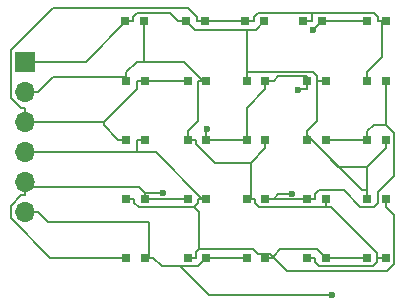
<source format=gbr>
G04 #@! TF.GenerationSoftware,KiCad,Pcbnew,9.0.1*
G04 #@! TF.CreationDate,2025-04-08T20:49:57-07:00*
G04 #@! TF.ProjectId,Bigger_Test,42696767-6572-45f5-9465-73742e6b6963,rev?*
G04 #@! TF.SameCoordinates,Original*
G04 #@! TF.FileFunction,Copper,L1,Top*
G04 #@! TF.FilePolarity,Positive*
%FSLAX46Y46*%
G04 Gerber Fmt 4.6, Leading zero omitted, Abs format (unit mm)*
G04 Created by KiCad (PCBNEW 9.0.1) date 2025-04-08 20:49:57*
%MOMM*%
%LPD*%
G01*
G04 APERTURE LIST*
G04 #@! TA.AperFunction,ComponentPad*
%ADD10R,1.700000X1.700000*%
G04 #@! TD*
G04 #@! TA.AperFunction,ComponentPad*
%ADD11O,1.700000X1.700000*%
G04 #@! TD*
G04 #@! TA.AperFunction,SMDPad,CuDef*
%ADD12R,0.800000X0.800000*%
G04 #@! TD*
G04 #@! TA.AperFunction,ViaPad*
%ADD13C,0.600000*%
G04 #@! TD*
G04 #@! TA.AperFunction,Conductor*
%ADD14C,0.200000*%
G04 #@! TD*
G04 APERTURE END LIST*
D10*
X79000000Y-83920000D03*
D11*
X79000000Y-86460000D03*
X79000000Y-89000000D03*
X79000000Y-91540000D03*
X79000000Y-94080000D03*
X79000000Y-96620000D03*
D12*
X108002100Y-85500000D03*
X109602100Y-85500000D03*
X92798300Y-90500000D03*
X94398300Y-90500000D03*
X97798300Y-90500000D03*
X99398300Y-90500000D03*
X97798300Y-95500000D03*
X99398300Y-95500000D03*
X108000900Y-90500000D03*
X109600900Y-90500000D03*
X87598300Y-90500000D03*
X89198300Y-90500000D03*
X97798300Y-85500000D03*
X99398300Y-85500000D03*
X102899600Y-95500000D03*
X104499600Y-95500000D03*
X87598300Y-100500000D03*
X89198300Y-100500000D03*
X109602100Y-80500000D03*
X108002100Y-80500000D03*
X94300000Y-80500000D03*
X92700000Y-80500000D03*
X92798300Y-95500000D03*
X94398300Y-95500000D03*
X97798300Y-100500000D03*
X99398300Y-100500000D03*
X104201700Y-80500000D03*
X102601700Y-80500000D03*
X87598300Y-95500000D03*
X89198300Y-95500000D03*
X92798300Y-100500000D03*
X94398300Y-100500000D03*
X108001600Y-95500000D03*
X109601600Y-95500000D03*
X89100000Y-80500000D03*
X87500000Y-80500000D03*
X102894300Y-100500000D03*
X104494300Y-100500000D03*
X102900000Y-90500000D03*
X104500000Y-90500000D03*
X87598300Y-85500000D03*
X89198300Y-85500000D03*
X107981900Y-100500000D03*
X109581900Y-100500000D03*
X102900000Y-85500000D03*
X104500000Y-85500000D03*
X92798300Y-85500000D03*
X94398300Y-85500000D03*
X99300000Y-80500000D03*
X97700000Y-80500000D03*
D13*
X105050800Y-103672200D03*
X101621600Y-95109800D03*
X90758000Y-95020000D03*
X94474100Y-89575300D03*
X103443000Y-81258400D03*
X102179000Y-86308800D03*
D14*
X89549200Y-97462300D02*
X89549200Y-100500000D01*
X80994000Y-97462300D02*
X89549200Y-97462300D01*
X80151700Y-96620000D02*
X80994000Y-97462300D01*
X79000000Y-96620000D02*
X80151700Y-96620000D01*
X94398300Y-100500000D02*
X97798300Y-100500000D01*
X103601000Y-95500000D02*
X102899600Y-95500000D01*
X103601000Y-95149100D02*
X103601000Y-95500000D01*
X103952000Y-94798300D02*
X103601000Y-95149100D01*
X106022000Y-94798300D02*
X103952000Y-94798300D01*
X107426000Y-96201700D02*
X106022000Y-94798300D01*
X108593000Y-96201700D02*
X107426000Y-96201700D01*
X108900000Y-95895100D02*
X108593000Y-96201700D01*
X108900000Y-94975000D02*
X108900000Y-95895100D01*
X110303000Y-93572300D02*
X108900000Y-94975000D01*
X110303000Y-89948800D02*
X110303000Y-93572300D01*
X109602000Y-89248300D02*
X110303000Y-89948800D01*
X104500000Y-90500000D02*
X108000900Y-90500000D01*
X108551000Y-89248300D02*
X109602000Y-89248300D01*
X108001000Y-89798300D02*
X108551000Y-89248300D01*
X108001000Y-90500000D02*
X108001000Y-89798300D01*
X108000900Y-90500000D02*
X108001000Y-90500000D01*
X89198300Y-100500000D02*
X89549200Y-100500000D01*
X93696600Y-101202000D02*
X92149200Y-101202000D01*
X94398300Y-100500000D02*
X93696600Y-101202000D01*
X89900000Y-100500000D02*
X89549200Y-100500000D01*
X90601700Y-101202000D02*
X89900000Y-100500000D01*
X92149200Y-101202000D02*
X90601700Y-101202000D01*
X94619400Y-103672200D02*
X105050800Y-103672200D01*
X92149200Y-101202000D02*
X94619400Y-103672200D01*
X100490200Y-95109800D02*
X100100000Y-95500000D01*
X101621600Y-95109800D02*
X100490200Y-95109800D01*
X102899600Y-95500000D02*
X100100000Y-95500000D01*
X100100000Y-95500000D02*
X99398300Y-95500000D01*
X109602000Y-89248300D02*
X109602000Y-87374100D01*
X109602000Y-87374100D02*
X109602000Y-85500000D01*
X109602100Y-87374000D02*
X109602100Y-85500000D01*
X109602000Y-87374100D02*
X109602100Y-87374000D01*
X99398300Y-100500000D02*
X100100000Y-100500000D01*
X93696600Y-95850800D02*
X93313900Y-96233500D01*
X93696600Y-95500000D02*
X93696600Y-95850800D01*
X94047500Y-95500000D02*
X93696600Y-95500000D01*
X88300000Y-95500000D02*
X87598300Y-95500000D01*
X88300000Y-95850800D02*
X88300000Y-95500000D01*
X88682700Y-96233500D02*
X88300000Y-95850800D01*
X93313900Y-96233500D02*
X88682700Y-96233500D01*
X93500000Y-100048000D02*
X93750000Y-99798300D01*
X93500000Y-100500000D02*
X93500000Y-100048000D01*
X92798300Y-100500000D02*
X93500000Y-100500000D01*
X93750000Y-96669600D02*
X93313900Y-96233500D01*
X93750000Y-99798300D02*
X93750000Y-96669600D01*
X88496600Y-90500000D02*
X88496600Y-91540000D01*
X89198300Y-90500000D02*
X88496600Y-90500000D01*
X90087500Y-91540000D02*
X88496600Y-91540000D01*
X94047500Y-95500000D02*
X90087500Y-91540000D01*
X88496600Y-91540000D02*
X79000000Y-91540000D01*
X99950100Y-100350000D02*
X100100000Y-100350000D01*
X99800200Y-100200000D02*
X99950100Y-100350000D01*
X98725100Y-100200000D02*
X99800200Y-100200000D01*
X98323300Y-99798300D02*
X98725100Y-100200000D01*
X93750000Y-99798300D02*
X98323300Y-99798300D01*
X100100000Y-100500000D02*
X100100000Y-100350000D01*
X107981900Y-100500000D02*
X107982000Y-100500000D01*
X94398300Y-95500000D02*
X94047500Y-95500000D01*
X104494000Y-100500000D02*
X104494300Y-100500000D01*
X103793000Y-99798300D02*
X104494000Y-100500000D01*
X100652000Y-99798300D02*
X103793000Y-99798300D01*
X100100000Y-100350000D02*
X100652000Y-99798300D01*
X104494300Y-100500000D02*
X107981900Y-100500000D01*
X109602000Y-95500000D02*
X109602000Y-95850800D01*
X101204000Y-101604000D02*
X100100000Y-100500000D01*
X109715000Y-101604000D02*
X101204000Y-101604000D01*
X110309000Y-101009000D02*
X109715000Y-101604000D01*
X110309000Y-96908800D02*
X110309000Y-101009000D01*
X109602000Y-96201700D02*
X110309000Y-96908800D01*
X109602000Y-95850800D02*
X109602000Y-96201700D01*
X109601600Y-95850400D02*
X109601600Y-95500000D01*
X109602000Y-95850800D02*
X109601600Y-95850400D01*
X89198300Y-95500000D02*
X92798300Y-95500000D01*
X79000000Y-95231700D02*
X79000000Y-94540000D01*
X78731500Y-95231700D02*
X79000000Y-95231700D01*
X77837500Y-96125700D02*
X78731500Y-95231700D01*
X77837500Y-97154800D02*
X77837500Y-96125700D01*
X81182700Y-100500000D02*
X77837500Y-97154800D01*
X87598300Y-100500000D02*
X81182700Y-100500000D01*
X94398300Y-90500000D02*
X97798300Y-90500000D01*
X88718300Y-94540000D02*
X89198300Y-95020000D01*
X79000000Y-94540000D02*
X88718300Y-94540000D01*
X89198300Y-95020000D02*
X89198300Y-95500000D01*
X94398300Y-89651100D02*
X94398300Y-90500000D01*
X94474100Y-89575300D02*
X94398300Y-89651100D01*
X89198300Y-95020000D02*
X90758000Y-95020000D01*
X102286000Y-86201700D02*
X102179000Y-86308800D01*
X102900000Y-86201700D02*
X102286000Y-86201700D01*
X102900000Y-85500000D02*
X102900000Y-86201700D01*
X79000000Y-94080000D02*
X79000000Y-94540000D01*
X100100000Y-85500000D02*
X99398300Y-85500000D01*
X100451000Y-85149100D02*
X100100000Y-85500000D01*
X102900000Y-85149100D02*
X100451000Y-85149100D01*
X102900000Y-85500000D02*
X102900000Y-85149100D01*
X97798300Y-87801700D02*
X97798300Y-90500000D01*
X99398300Y-86201700D02*
X97798300Y-87801700D01*
X99398300Y-85500000D02*
X99398300Y-86201700D01*
X108002000Y-80500000D02*
X108002100Y-80500000D01*
X104201700Y-80500000D02*
X104201800Y-80500100D01*
X104202000Y-80500000D02*
X104201800Y-80500100D01*
X108002000Y-80500000D02*
X104202000Y-80500000D01*
X104201800Y-80500100D02*
X103443000Y-81258400D01*
X92798300Y-85500000D02*
X89198300Y-85500000D01*
X85698300Y-89301700D02*
X85698300Y-89000000D01*
X86896600Y-90500000D02*
X85698300Y-89301700D01*
X87598300Y-90500000D02*
X86896600Y-90500000D01*
X85698300Y-89000000D02*
X79000000Y-89000000D01*
X88496600Y-86201700D02*
X85698300Y-89000000D01*
X88496600Y-85500000D02*
X88496600Y-86201700D01*
X89198300Y-85500000D02*
X88496600Y-85500000D01*
X103303000Y-80500000D02*
X103303000Y-79798300D01*
X102602000Y-80500000D02*
X103303000Y-80500000D01*
X98401700Y-80500000D02*
X97700000Y-80500000D01*
X98401700Y-80149100D02*
X98401700Y-80500000D01*
X98752500Y-79798300D02*
X98401700Y-80149100D01*
X103303000Y-79798300D02*
X98752500Y-79798300D01*
X97700000Y-80500000D02*
X94300000Y-80500000D01*
X79000000Y-87848300D02*
X79000000Y-89000000D01*
X78731500Y-87848300D02*
X79000000Y-87848300D01*
X77837500Y-86954300D02*
X78731500Y-87848300D01*
X77837500Y-82948100D02*
X77837500Y-86954300D01*
X81401600Y-79384000D02*
X77837500Y-82948100D01*
X92833100Y-79384000D02*
X81401600Y-79384000D01*
X93598300Y-80149200D02*
X92833100Y-79384000D01*
X93598300Y-80500000D02*
X93598300Y-80149200D01*
X94300000Y-80500000D02*
X93598300Y-80500000D01*
X109602000Y-80500000D02*
X109251000Y-80500000D01*
X108550000Y-79798300D02*
X103303000Y-79798300D01*
X108900000Y-80149100D02*
X108550000Y-79798300D01*
X108900000Y-80500000D02*
X108900000Y-80149100D01*
X109251000Y-80500000D02*
X108900000Y-80500000D01*
X108002000Y-85500000D02*
X108002000Y-85250000D01*
X109251000Y-83549100D02*
X109251000Y-80500000D01*
X108002000Y-84798300D02*
X109251000Y-83549100D01*
X108002000Y-85250000D02*
X108002000Y-84798300D01*
X108002100Y-85250100D02*
X108002100Y-85500000D01*
X108002000Y-85250000D02*
X108002100Y-85250100D01*
X102601700Y-80500000D02*
X102602000Y-80500000D01*
X109602100Y-80500000D02*
X109602000Y-80500000D01*
X103596000Y-100500000D02*
X102894300Y-100500000D01*
X103596000Y-100851000D02*
X103596000Y-100500000D01*
X103947000Y-101202000D02*
X103596000Y-100851000D01*
X108529000Y-101202000D02*
X103947000Y-101202000D01*
X108880000Y-100851000D02*
X108529000Y-101202000D01*
X108880000Y-100500000D02*
X108880000Y-100851000D01*
X81426700Y-85185000D02*
X87598300Y-85185000D01*
X80151700Y-86460000D02*
X81426700Y-85185000D01*
X79000000Y-86460000D02*
X80151700Y-86460000D01*
X97798300Y-95500000D02*
X98149200Y-95500000D01*
X89100000Y-83899100D02*
X89100000Y-80500000D01*
X92530200Y-83899100D02*
X94131100Y-85500000D01*
X89100000Y-83899100D02*
X92530200Y-83899100D01*
X98850900Y-96201700D02*
X104500000Y-96201700D01*
X98500000Y-95850800D02*
X98850900Y-96201700D01*
X98500000Y-95500000D02*
X98500000Y-95850800D01*
X98149200Y-95500000D02*
X98500000Y-95500000D01*
X108880000Y-100118000D02*
X108880000Y-100500000D01*
X104964000Y-96201700D02*
X108880000Y-100118000D01*
X104500000Y-96201700D02*
X104964000Y-96201700D01*
X93500000Y-90500000D02*
X92798300Y-90500000D01*
X93500000Y-90850800D02*
X93500000Y-90500000D01*
X95100000Y-92450800D02*
X93500000Y-90850800D01*
X98149200Y-92450800D02*
X95100000Y-92450800D01*
X98149200Y-95500000D02*
X98149200Y-92450800D01*
X99398300Y-91201700D02*
X99398300Y-90500000D01*
X98149200Y-92450800D02*
X99398300Y-91201700D01*
X94398300Y-85500000D02*
X94131100Y-85500000D01*
X92798300Y-89798300D02*
X92798300Y-90500000D01*
X93696600Y-88900000D02*
X92798300Y-89798300D01*
X93696600Y-85500000D02*
X93696600Y-88900000D01*
X94131100Y-85500000D02*
X93696600Y-85500000D01*
X87598300Y-85500000D02*
X87598300Y-85185000D01*
X88497500Y-83899100D02*
X89100000Y-83899100D01*
X87598300Y-84798300D02*
X88497500Y-83899100D01*
X87598300Y-85185000D02*
X87598300Y-84798300D01*
X109582000Y-100500000D02*
X109581900Y-100500000D01*
X109581900Y-100500000D02*
X108880000Y-100500000D01*
X102894000Y-100500000D02*
X102894300Y-100500000D01*
X104500000Y-95500000D02*
X104500000Y-95850800D01*
X104500000Y-95850800D02*
X104500000Y-96201700D01*
X104499600Y-95850400D02*
X104499600Y-95500000D01*
X104500000Y-95850800D02*
X104499600Y-95850400D01*
X84178500Y-83920000D02*
X79000000Y-83920000D01*
X87598500Y-80500000D02*
X84178500Y-83920000D01*
X102900000Y-89798300D02*
X102900000Y-90149100D01*
X103798000Y-88900000D02*
X102900000Y-89798300D01*
X103798000Y-85500000D02*
X103798000Y-88900000D01*
X98559100Y-81240900D02*
X97798300Y-81240900D01*
X99300000Y-80500000D02*
X98559100Y-81240900D01*
X93440900Y-81240900D02*
X92700000Y-80500000D01*
X97798300Y-81240900D02*
X93440900Y-81240900D01*
X104500000Y-85500000D02*
X103798000Y-85500000D01*
X103798000Y-85100400D02*
X103798000Y-85500000D01*
X103441000Y-84743100D02*
X103798000Y-85100400D01*
X97798300Y-84743100D02*
X103441000Y-84743100D01*
X108002000Y-92801000D02*
X108002000Y-95500000D01*
X102900000Y-90500000D02*
X102900000Y-90149100D01*
X97798300Y-85500000D02*
X97798300Y-84743100D01*
X97798300Y-84743100D02*
X97798300Y-81240900D01*
X88201700Y-80500000D02*
X87598500Y-80500000D01*
X88201700Y-80149100D02*
X88201700Y-80500000D01*
X88552500Y-79798300D02*
X88201700Y-80149100D01*
X91296600Y-79798300D02*
X88552500Y-79798300D01*
X91998300Y-80500000D02*
X91296600Y-79798300D01*
X92700000Y-80500000D02*
X91998300Y-80500000D01*
X87598500Y-80500000D02*
X87500000Y-80500000D01*
X109601000Y-90500000D02*
X109601000Y-90850800D01*
X109601000Y-91201700D02*
X108002000Y-92801000D01*
X109601000Y-90850800D02*
X109601000Y-91201700D01*
X109600900Y-90850700D02*
X109600900Y-90500000D01*
X109601000Y-90850800D02*
X109600900Y-90850700D01*
X107549200Y-94798300D02*
X104000000Y-91249100D01*
X108001600Y-94798300D02*
X107549200Y-94798300D01*
X102900000Y-90149100D02*
X104000000Y-91249100D01*
X105552000Y-92801000D02*
X108002000Y-92801000D01*
X104000000Y-91249100D02*
X105552000Y-92801000D01*
X108001600Y-95500000D02*
X108001600Y-94798300D01*
M02*

</source>
